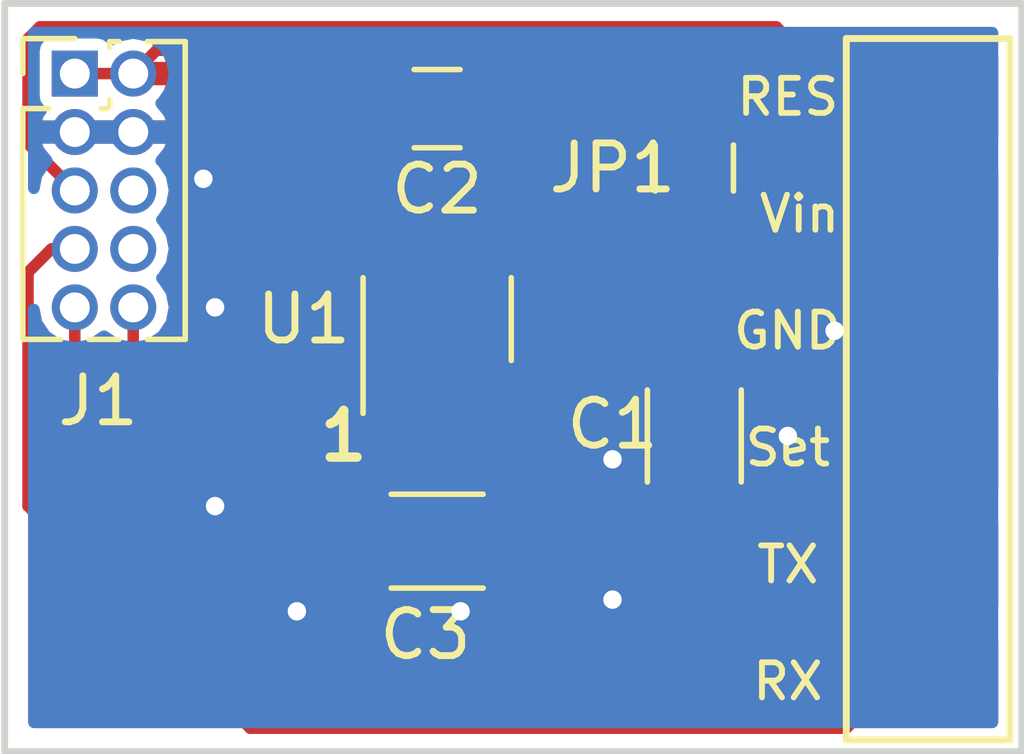
<source format=kicad_pcb>
(kicad_pcb (version 4) (host pcbnew 4.0.7)

  (general
    (links 19)
    (no_connects 0)
    (area 128.380618 98.367 162.271 115.083001)
    (thickness 1.6)
    (drawings 11)
    (tracks 102)
    (zones 0)
    (modules 7)
    (nets 12)
  )

  (page A4)
  (layers
    (0 F.Cu signal)
    (31 B.Cu signal hide)
    (32 B.Adhes user hide)
    (33 F.Adhes user hide)
    (34 B.Paste user hide)
    (35 F.Paste user hide)
    (36 B.SilkS user hide)
    (37 F.SilkS user hide)
    (38 B.Mask user hide)
    (39 F.Mask user hide)
    (40 Dwgs.User user hide)
    (41 Cmts.User user hide)
    (42 Eco1.User user hide)
    (43 Eco2.User user hide)
    (44 Edge.Cuts user)
    (45 Margin user hide)
    (46 B.CrtYd user hide)
    (47 F.CrtYd user hide)
    (48 B.Fab user hide)
    (49 F.Fab user hide)
  )

  (setup
    (last_trace_width 0.25)
    (trace_clearance 0.2)
    (zone_clearance 0.254)
    (zone_45_only no)
    (trace_min 0.2)
    (segment_width 0.2)
    (edge_width 0.15)
    (via_size 0.6)
    (via_drill 0.4)
    (via_min_size 0.4)
    (via_min_drill 0.3)
    (uvia_size 0.3)
    (uvia_drill 0.1)
    (uvias_allowed no)
    (uvia_min_size 0.2)
    (uvia_min_drill 0.1)
    (pcb_text_width 0.3)
    (pcb_text_size 1.5 1.5)
    (mod_edge_width 0.15)
    (mod_text_size 1 1)
    (mod_text_width 0.15)
    (pad_size 1.524 1.524)
    (pad_drill 0.762)
    (pad_to_mask_clearance 0.0762)
    (aux_axis_origin 0 0)
    (visible_elements 7FFEFFFF)
    (pcbplotparams
      (layerselection 0x000a8_00000001)
      (usegerberextensions false)
      (excludeedgelayer true)
      (linewidth 0.100000)
      (plotframeref false)
      (viasonmask false)
      (mode 1)
      (useauxorigin false)
      (hpglpennumber 1)
      (hpglpenspeed 20)
      (hpglpendiameter 15)
      (hpglpenoverlay 2)
      (psnegative false)
      (psa4output false)
      (plotreference true)
      (plotvalue true)
      (plotinvisibletext false)
      (padsonsilk false)
      (subtractmaskfromsilk false)
      (outputformat 4)
      (mirror false)
      (drillshape 0)
      (scaleselection 1)
      (outputdirectory ""))
  )

  (net 0 "")
  (net 1 GND)
  (net 2 "Net-(C2-Pad1)")
  (net 3 "Net-(C2-Pad2)")
  (net 4 +5V)
  (net 5 "Net-(J1-Pad6)")
  (net 6 "Net-(J1-Pad8)")
  (net 7 /Vin)
  (net 8 /RESET)
  (net 9 /RX)
  (net 10 /TX)
  (net 11 /SET)

  (net_class Default "This is the default net class."
    (clearance 0.2)
    (trace_width 0.25)
    (via_dia 0.6)
    (via_drill 0.4)
    (uvia_dia 0.3)
    (uvia_drill 0.1)
    (add_net +5V)
    (add_net /RESET)
    (add_net /RX)
    (add_net /SET)
    (add_net /TX)
    (add_net /Vin)
    (add_net GND)
    (add_net "Net-(C2-Pad1)")
    (add_net "Net-(C2-Pad2)")
    (add_net "Net-(J1-Pad6)")
    (add_net "Net-(J1-Pad8)")
  )

  (module Capacitors_SMD:C_1206_HandSoldering (layer F.Cu) (tedit 5ADFC49B) (tstamp 5ADF815F)
    (at 149.86 108.204 270)
    (descr "Capacitor SMD 1206, hand soldering")
    (tags "capacitor 1206")
    (path /5ADF7EEC)
    (attr smd)
    (fp_text reference C1 (at -0.254 1.778 360) (layer F.SilkS)
      (effects (font (size 1 1) (thickness 0.15)))
    )
    (fp_text value 10uF (at 0 2 270) (layer F.Fab)
      (effects (font (size 1 1) (thickness 0.15)))
    )
    (fp_text user %R (at -0.254 1.778 360) (layer F.Fab)
      (effects (font (size 1 1) (thickness 0.15)))
    )
    (fp_line (start -1.6 0.8) (end -1.6 -0.8) (layer F.Fab) (width 0.1))
    (fp_line (start 1.6 0.8) (end -1.6 0.8) (layer F.Fab) (width 0.1))
    (fp_line (start 1.6 -0.8) (end 1.6 0.8) (layer F.Fab) (width 0.1))
    (fp_line (start -1.6 -0.8) (end 1.6 -0.8) (layer F.Fab) (width 0.1))
    (fp_line (start 1 -1.02) (end -1 -1.02) (layer F.SilkS) (width 0.12))
    (fp_line (start -1 1.02) (end 1 1.02) (layer F.SilkS) (width 0.12))
    (fp_line (start -3.25 -1.05) (end 3.25 -1.05) (layer F.CrtYd) (width 0.05))
    (fp_line (start -3.25 -1.05) (end -3.25 1.05) (layer F.CrtYd) (width 0.05))
    (fp_line (start 3.25 1.05) (end 3.25 -1.05) (layer F.CrtYd) (width 0.05))
    (fp_line (start 3.25 1.05) (end -3.25 1.05) (layer F.CrtYd) (width 0.05))
    (pad 1 smd rect (at -2 0 270) (size 2 1.6) (layers F.Cu F.Paste F.Mask)
      (net 7 /Vin))
    (pad 2 smd rect (at 2 0 270) (size 2 1.6) (layers F.Cu F.Paste F.Mask)
      (net 1 GND))
    (model Capacitors_SMD.3dshapes/C_1206.wrl
      (at (xyz 0 0 0))
      (scale (xyz 1 1 1))
      (rotate (xyz 0 0 0))
    )
  )

  (module Capacitors_SMD:C_0805_HandSoldering (layer F.Cu) (tedit 58AA84A8) (tstamp 5ADF8170)
    (at 144.272 101.092 180)
    (descr "Capacitor SMD 0805, hand soldering")
    (tags "capacitor 0805")
    (path /5ADF7EEA)
    (attr smd)
    (fp_text reference C2 (at 0 -1.75 180) (layer F.SilkS)
      (effects (font (size 1 1) (thickness 0.15)))
    )
    (fp_text value 1uF (at 0 1.75 180) (layer F.Fab)
      (effects (font (size 1 1) (thickness 0.15)))
    )
    (fp_text user %R (at 0 -1.75 180) (layer F.Fab)
      (effects (font (size 1 1) (thickness 0.15)))
    )
    (fp_line (start -1 0.62) (end -1 -0.62) (layer F.Fab) (width 0.1))
    (fp_line (start 1 0.62) (end -1 0.62) (layer F.Fab) (width 0.1))
    (fp_line (start 1 -0.62) (end 1 0.62) (layer F.Fab) (width 0.1))
    (fp_line (start -1 -0.62) (end 1 -0.62) (layer F.Fab) (width 0.1))
    (fp_line (start 0.5 -0.85) (end -0.5 -0.85) (layer F.SilkS) (width 0.12))
    (fp_line (start -0.5 0.85) (end 0.5 0.85) (layer F.SilkS) (width 0.12))
    (fp_line (start -2.25 -0.88) (end 2.25 -0.88) (layer F.CrtYd) (width 0.05))
    (fp_line (start -2.25 -0.88) (end -2.25 0.87) (layer F.CrtYd) (width 0.05))
    (fp_line (start 2.25 0.87) (end 2.25 -0.88) (layer F.CrtYd) (width 0.05))
    (fp_line (start 2.25 0.87) (end -2.25 0.87) (layer F.CrtYd) (width 0.05))
    (pad 1 smd rect (at -1.25 0 180) (size 1.5 1.25) (layers F.Cu F.Paste F.Mask)
      (net 2 "Net-(C2-Pad1)"))
    (pad 2 smd rect (at 1.25 0 180) (size 1.5 1.25) (layers F.Cu F.Paste F.Mask)
      (net 3 "Net-(C2-Pad2)"))
    (model Capacitors_SMD.3dshapes/C_0805.wrl
      (at (xyz 0 0 0))
      (scale (xyz 1 1 1))
      (rotate (xyz 0 0 0))
    )
  )

  (module Capacitors_SMD:C_1206_HandSoldering (layer F.Cu) (tedit 5ADFC4B5) (tstamp 5ADF8181)
    (at 144.272 110.49)
    (descr "Capacitor SMD 1206, hand soldering")
    (tags "capacitor 1206")
    (path /5ADF7EEB)
    (attr smd)
    (fp_text reference C3 (at -0.254 2.032) (layer F.SilkS)
      (effects (font (size 1 1) (thickness 0.15)))
    )
    (fp_text value 10uF (at 0 2) (layer F.Fab)
      (effects (font (size 1 1) (thickness 0.15)))
    )
    (fp_text user %R (at -0.254 2.032) (layer F.Fab)
      (effects (font (size 1 1) (thickness 0.15)))
    )
    (fp_line (start -1.6 0.8) (end -1.6 -0.8) (layer F.Fab) (width 0.1))
    (fp_line (start 1.6 0.8) (end -1.6 0.8) (layer F.Fab) (width 0.1))
    (fp_line (start 1.6 -0.8) (end 1.6 0.8) (layer F.Fab) (width 0.1))
    (fp_line (start -1.6 -0.8) (end 1.6 -0.8) (layer F.Fab) (width 0.1))
    (fp_line (start 1 -1.02) (end -1 -1.02) (layer F.SilkS) (width 0.12))
    (fp_line (start -1 1.02) (end 1 1.02) (layer F.SilkS) (width 0.12))
    (fp_line (start -3.25 -1.05) (end 3.25 -1.05) (layer F.CrtYd) (width 0.05))
    (fp_line (start -3.25 -1.05) (end -3.25 1.05) (layer F.CrtYd) (width 0.05))
    (fp_line (start 3.25 1.05) (end 3.25 -1.05) (layer F.CrtYd) (width 0.05))
    (fp_line (start 3.25 1.05) (end -3.25 1.05) (layer F.CrtYd) (width 0.05))
    (pad 1 smd rect (at -2 0) (size 2 1.6) (layers F.Cu F.Paste F.Mask)
      (net 4 +5V))
    (pad 2 smd rect (at 2 0) (size 2 1.6) (layers F.Cu F.Paste F.Mask)
      (net 1 GND))
    (model Capacitors_SMD.3dshapes/C_1206.wrl
      (at (xyz 0 0 0))
      (scale (xyz 1 1 1))
      (rotate (xyz 0 0 0))
    )
  )

  (module Pin_Headers:Pin_Header_Straight_2x05_Pitch1.27mm (layer F.Cu) (tedit 59650536) (tstamp 5ADF81A6)
    (at 136.398 100.33)
    (descr "Through hole straight pin header, 2x05, 1.27mm pitch, double rows")
    (tags "Through hole pin header THT 2x05 1.27mm double row")
    (path /5ADF7EE5)
    (fp_text reference J1 (at 0.508 7.112) (layer F.SilkS)
      (effects (font (size 1 1) (thickness 0.15)))
    )
    (fp_text value Conn_02x05_Odd_Even (at 0.635 6.775) (layer F.Fab)
      (effects (font (size 1 1) (thickness 0.15)))
    )
    (fp_line (start -0.2175 -0.635) (end 2.34 -0.635) (layer F.Fab) (width 0.1))
    (fp_line (start 2.34 -0.635) (end 2.34 5.715) (layer F.Fab) (width 0.1))
    (fp_line (start 2.34 5.715) (end -1.07 5.715) (layer F.Fab) (width 0.1))
    (fp_line (start -1.07 5.715) (end -1.07 0.2175) (layer F.Fab) (width 0.1))
    (fp_line (start -1.07 0.2175) (end -0.2175 -0.635) (layer F.Fab) (width 0.1))
    (fp_line (start -1.13 5.775) (end -0.30753 5.775) (layer F.SilkS) (width 0.12))
    (fp_line (start 1.57753 5.775) (end 2.4 5.775) (layer F.SilkS) (width 0.12))
    (fp_line (start 0.30753 5.775) (end 0.96247 5.775) (layer F.SilkS) (width 0.12))
    (fp_line (start -1.13 0.76) (end -1.13 5.775) (layer F.SilkS) (width 0.12))
    (fp_line (start 2.4 -0.695) (end 2.4 5.775) (layer F.SilkS) (width 0.12))
    (fp_line (start -1.13 0.76) (end -0.563471 0.76) (layer F.SilkS) (width 0.12))
    (fp_line (start 0.563471 0.76) (end 0.706529 0.76) (layer F.SilkS) (width 0.12))
    (fp_line (start 0.76 0.706529) (end 0.76 0.563471) (layer F.SilkS) (width 0.12))
    (fp_line (start 0.76 -0.563471) (end 0.76 -0.695) (layer F.SilkS) (width 0.12))
    (fp_line (start 0.76 -0.695) (end 0.96247 -0.695) (layer F.SilkS) (width 0.12))
    (fp_line (start 1.57753 -0.695) (end 2.4 -0.695) (layer F.SilkS) (width 0.12))
    (fp_line (start -1.13 0) (end -1.13 -0.76) (layer F.SilkS) (width 0.12))
    (fp_line (start -1.13 -0.76) (end 0 -0.76) (layer F.SilkS) (width 0.12))
    (fp_line (start -1.6 -1.15) (end -1.6 6.25) (layer F.CrtYd) (width 0.05))
    (fp_line (start -1.6 6.25) (end 2.85 6.25) (layer F.CrtYd) (width 0.05))
    (fp_line (start 2.85 6.25) (end 2.85 -1.15) (layer F.CrtYd) (width 0.05))
    (fp_line (start 2.85 -1.15) (end -1.6 -1.15) (layer F.CrtYd) (width 0.05))
    (fp_text user %R (at 0.635 2.54 90) (layer F.Fab)
      (effects (font (size 1 1) (thickness 0.15)))
    )
    (pad 1 thru_hole rect (at 0 0) (size 1 1) (drill 0.65) (layers *.Cu *.Mask)
      (net 4 +5V))
    (pad 2 thru_hole oval (at 1.27 0) (size 1 1) (drill 0.65) (layers *.Cu *.Mask)
      (net 4 +5V))
    (pad 3 thru_hole oval (at 0 1.27) (size 1 1) (drill 0.65) (layers *.Cu *.Mask)
      (net 1 GND))
    (pad 4 thru_hole oval (at 1.27 1.27) (size 1 1) (drill 0.65) (layers *.Cu *.Mask)
      (net 1 GND))
    (pad 5 thru_hole oval (at 0 2.54) (size 1 1) (drill 0.65) (layers *.Cu *.Mask)
      (net 8 /RESET))
    (pad 6 thru_hole oval (at 1.27 2.54) (size 1 1) (drill 0.65) (layers *.Cu *.Mask)
      (net 5 "Net-(J1-Pad6)"))
    (pad 7 thru_hole oval (at 0 3.81) (size 1 1) (drill 0.65) (layers *.Cu *.Mask)
      (net 9 /RX))
    (pad 8 thru_hole oval (at 1.27 3.81) (size 1 1) (drill 0.65) (layers *.Cu *.Mask)
      (net 6 "Net-(J1-Pad8)"))
    (pad 9 thru_hole oval (at 0 5.08) (size 1 1) (drill 0.65) (layers *.Cu *.Mask)
      (net 10 /TX))
    (pad 10 thru_hole oval (at 1.27 5.08) (size 1 1) (drill 0.65) (layers *.Cu *.Mask)
      (net 11 /SET))
    (model ${KISYS3DMOD}/Pin_Headers.3dshapes/Pin_Header_Straight_2x05_Pitch1.27mm.wrl
      (at (xyz 0 0 0))
      (scale (xyz 1 1 1))
      (rotate (xyz 0 0 0))
    )
  )

  (module MyLib:PinSocket_SMT_1.06_100mil_RightAngle (layer F.Cu) (tedit 5ADFA48D) (tstamp 5ADF81B4)
    (at 154.94 107.188)
    (tags PinSocket6x100mil)
    (path /5ADF7EE6)
    (fp_text reference J2 (at 3.81 -0.254) (layer F.SilkS) hide
      (effects (font (size 1.2 1.2) (thickness 0.15)))
    )
    (fp_text value Conn_01x06 (at 6.096 0 90) (layer F.Fab)
      (effects (font (size 1.2 1.2) (thickness 0.15)))
    )
    (fp_line (start 1.778 -7.62) (end 1.778 7.62) (layer F.SilkS) (width 0.15))
    (fp_line (start -1.778 -7.62) (end -1.778 7.62) (layer F.SilkS) (width 0.15))
    (fp_line (start 1.778 -7.62) (end -1.778 -7.62) (layer F.SilkS) (width 0.15))
    (fp_line (start -1.778 7.62) (end 1.778 7.62) (layer F.SilkS) (width 0.15))
    (pad 1 smd rect (at 0 -6.35 270) (size 1.778 3.048) (layers F.Cu F.Paste F.Mask)
      (net 8 /RESET))
    (pad 2 smd rect (at 0 -3.81 270) (size 1.778 3.048) (layers F.Cu F.Paste F.Mask)
      (net 7 /Vin))
    (pad 3 smd rect (at 0 -1.27 270) (size 1.778 3.048) (layers F.Cu F.Paste F.Mask)
      (net 1 GND))
    (pad 4 smd rect (at 0 1.27 270) (size 1.778 3.048) (layers F.Cu F.Paste F.Mask)
      (net 11 /SET))
    (pad 5 smd rect (at 0 3.81 270) (size 1.778 3.048) (layers F.Cu F.Paste F.Mask)
      (net 10 /TX))
    (pad 6 smd rect (at 0 6.35 270) (size 1.778 3.048) (layers F.Cu F.Paste F.Mask)
      (net 9 /RX))
  )

  (module Capacitors_SMD:C_0805_HandSoldering (layer F.Cu) (tedit 5ADFC489) (tstamp 5ADF81C5)
    (at 149.86 102.382 270)
    (descr "Capacitor SMD 0805, hand soldering")
    (tags "capacitor 0805")
    (path /5ADF7EEE)
    (attr smd)
    (fp_text reference JP1 (at 0 1.778 360) (layer F.SilkS)
      (effects (font (size 1 1) (thickness 0.15)))
    )
    (fp_text value Jumper (at 0 1.75 270) (layer F.Fab)
      (effects (font (size 1 1) (thickness 0.15)))
    )
    (fp_text user %R (at -0.02 1.778 360) (layer F.Fab)
      (effects (font (size 1 1) (thickness 0.15)))
    )
    (fp_line (start -1 0.62) (end -1 -0.62) (layer F.Fab) (width 0.1))
    (fp_line (start 1 0.62) (end -1 0.62) (layer F.Fab) (width 0.1))
    (fp_line (start 1 -0.62) (end 1 0.62) (layer F.Fab) (width 0.1))
    (fp_line (start -1 -0.62) (end 1 -0.62) (layer F.Fab) (width 0.1))
    (fp_line (start 0.5 -0.85) (end -0.5 -0.85) (layer F.SilkS) (width 0.12))
    (fp_line (start -0.5 0.85) (end 0.5 0.85) (layer F.SilkS) (width 0.12))
    (fp_line (start -2.25 -0.88) (end 2.25 -0.88) (layer F.CrtYd) (width 0.05))
    (fp_line (start -2.25 -0.88) (end -2.25 0.87) (layer F.CrtYd) (width 0.05))
    (fp_line (start 2.25 0.87) (end 2.25 -0.88) (layer F.CrtYd) (width 0.05))
    (fp_line (start 2.25 0.87) (end -2.25 0.87) (layer F.CrtYd) (width 0.05))
    (pad 1 smd rect (at -1.25 0 270) (size 1.5 1.25) (layers F.Cu F.Paste F.Mask)
      (net 4 +5V))
    (pad 2 smd rect (at 1.25 0 270) (size 1.5 1.25) (layers F.Cu F.Paste F.Mask)
      (net 7 /Vin))
    (model Capacitors_SMD.3dshapes/C_0805.wrl
      (at (xyz 0 0 0))
      (scale (xyz 1 1 1))
      (rotate (xyz 0 0 0))
    )
  )

  (module TO_SOT_Packages_SMD:SOT-23-6_Handsoldering (layer F.Cu) (tedit 58CE4E7E) (tstamp 5ADF81DB)
    (at 144.272 105.664 90)
    (descr "6-pin SOT-23 package, Handsoldering")
    (tags "SOT-23-6 Handsoldering")
    (path /5ADF7EE9)
    (attr smd)
    (fp_text reference U1 (at 0 -2.9 180) (layer F.SilkS)
      (effects (font (size 1 1) (thickness 0.15)))
    )
    (fp_text value AP3602A (at 0 2.9 90) (layer F.Fab)
      (effects (font (size 1 1) (thickness 0.15)))
    )
    (fp_text user %R (at 0 0 180) (layer F.Fab)
      (effects (font (size 0.5 0.5) (thickness 0.075)))
    )
    (fp_line (start -0.9 1.61) (end 0.9 1.61) (layer F.SilkS) (width 0.12))
    (fp_line (start 0.9 -1.61) (end -2.05 -1.61) (layer F.SilkS) (width 0.12))
    (fp_line (start -2.4 1.8) (end -2.4 -1.8) (layer F.CrtYd) (width 0.05))
    (fp_line (start 2.4 1.8) (end -2.4 1.8) (layer F.CrtYd) (width 0.05))
    (fp_line (start 2.4 -1.8) (end 2.4 1.8) (layer F.CrtYd) (width 0.05))
    (fp_line (start -2.4 -1.8) (end 2.4 -1.8) (layer F.CrtYd) (width 0.05))
    (fp_line (start -0.9 -0.9) (end -0.25 -1.55) (layer F.Fab) (width 0.1))
    (fp_line (start 0.9 -1.55) (end -0.25 -1.55) (layer F.Fab) (width 0.1))
    (fp_line (start -0.9 -0.9) (end -0.9 1.55) (layer F.Fab) (width 0.1))
    (fp_line (start 0.9 1.55) (end -0.9 1.55) (layer F.Fab) (width 0.1))
    (fp_line (start 0.9 -1.55) (end 0.9 1.55) (layer F.Fab) (width 0.1))
    (pad 1 smd rect (at -1.35 -0.95 90) (size 1.56 0.65) (layers F.Cu F.Paste F.Mask)
      (net 4 +5V))
    (pad 2 smd rect (at -1.35 0 90) (size 1.56 0.65) (layers F.Cu F.Paste F.Mask)
      (net 1 GND))
    (pad 3 smd rect (at -1.35 0.95 90) (size 1.56 0.65) (layers F.Cu F.Paste F.Mask)
      (net 7 /Vin))
    (pad 4 smd rect (at 1.35 0.95 90) (size 1.56 0.65) (layers F.Cu F.Paste F.Mask)
      (net 2 "Net-(C2-Pad1)"))
    (pad 6 smd rect (at 1.35 -0.95 90) (size 1.56 0.65) (layers F.Cu F.Paste F.Mask)
      (net 3 "Net-(C2-Pad2)"))
    (pad 5 smd rect (at 1.35 0 90) (size 1.56 0.65) (layers F.Cu F.Paste F.Mask)
      (net 7 /Vin))
    (model ${KISYS3DMOD}/TO_SOT_Packages_SMD.3dshapes/SOT-23-6.wrl
      (at (xyz 0 0 0))
      (scale (xyz 1 1 1))
      (rotate (xyz 0 0 0))
    )
  )

  (gr_line (start 156.972 98.806) (end 134.874 98.806) (angle 90) (layer Edge.Cuts) (width 0.15))
  (gr_line (start 156.972 115.062) (end 156.972 98.806) (angle 90) (layer Edge.Cuts) (width 0.15))
  (gr_line (start 134.874 115.062) (end 156.972 115.062) (angle 90) (layer Edge.Cuts) (width 0.15))
  (gr_line (start 134.874 98.806) (end 134.874 115.062) (angle 90) (layer Edge.Cuts) (width 0.15))
  (gr_text RX (at 151.892 113.538) (layer F.SilkS)
    (effects (font (size 0.762 0.762) (thickness 0.127)))
  )
  (gr_text TX (at 151.892 110.998) (layer F.SilkS)
    (effects (font (size 0.762 0.762) (thickness 0.127)))
  )
  (gr_text Set (at 151.892 108.458) (layer F.SilkS)
    (effects (font (size 0.762 0.762) (thickness 0.127)))
  )
  (gr_text GND (at 151.892 105.918) (layer F.SilkS)
    (effects (font (size 0.762 0.762) (thickness 0.127)))
  )
  (gr_text Vin (at 152.146 103.378) (layer F.SilkS)
    (effects (font (size 0.762 0.762) (thickness 0.127)))
  )
  (gr_text RES (at 151.892 100.838) (layer F.SilkS)
    (effects (font (size 0.762 0.762) (thickness 0.127)))
  )
  (gr_text 1 (at 142.24 108.204) (layer F.SilkS)
    (effects (font (size 1.016 1.016) (thickness 0.2032)))
  )

  (segment (start 154.94 105.918) (end 152.908 105.918) (width 0.25) (layer F.Cu) (net 1))
  (via (at 139.192 102.616) (size 0.6) (drill 0.4) (layers F.Cu B.Cu) (net 1))
  (segment (start 139.192 105.156) (end 139.192 102.616) (width 0.25) (layer F.Cu) (net 1) (tstamp 5AE35B1D))
  (segment (start 139.446 105.41) (end 139.192 105.156) (width 0.25) (layer F.Cu) (net 1) (tstamp 5AE35B1C))
  (via (at 139.446 105.41) (size 0.6) (drill 0.4) (layers F.Cu B.Cu) (net 1))
  (segment (start 139.446 109.728) (end 139.446 105.41) (width 0.25) (layer B.Cu) (net 1) (tstamp 5AE35B19))
  (via (at 139.446 109.728) (size 0.6) (drill 0.4) (layers F.Cu B.Cu) (net 1))
  (segment (start 139.446 110.236) (end 139.446 109.728) (width 0.25) (layer F.Cu) (net 1) (tstamp 5AE35B17))
  (segment (start 141.224 112.014) (end 139.446 110.236) (width 0.25) (layer F.Cu) (net 1) (tstamp 5AE35B16))
  (via (at 141.224 112.014) (size 0.6) (drill 0.4) (layers F.Cu B.Cu) (net 1))
  (segment (start 144.78 112.014) (end 141.224 112.014) (width 0.25) (layer B.Cu) (net 1) (tstamp 5AE35B13))
  (via (at 144.78 112.014) (size 0.6) (drill 0.4) (layers F.Cu B.Cu) (net 1))
  (segment (start 147.828 112.014) (end 144.78 112.014) (width 0.25) (layer F.Cu) (net 1) (tstamp 5AE35B11))
  (segment (start 148.082 111.76) (end 147.828 112.014) (width 0.25) (layer F.Cu) (net 1) (tstamp 5AE35B10))
  (via (at 148.082 111.76) (size 0.6) (drill 0.4) (layers F.Cu B.Cu) (net 1))
  (segment (start 148.082 108.712) (end 148.082 111.76) (width 0.25) (layer B.Cu) (net 1) (tstamp 5AE35B0C))
  (via (at 148.082 108.712) (size 0.6) (drill 0.4) (layers F.Cu B.Cu) (net 1))
  (segment (start 151.384 108.712) (end 148.082 108.712) (width 0.25) (layer F.Cu) (net 1) (tstamp 5AE35B04))
  (segment (start 151.892 108.204) (end 151.384 108.712) (width 0.25) (layer F.Cu) (net 1) (tstamp 5AE35B03))
  (via (at 151.892 108.204) (size 0.6) (drill 0.4) (layers F.Cu B.Cu) (net 1))
  (segment (start 151.892 106.934) (end 151.892 108.204) (width 0.25) (layer B.Cu) (net 1) (tstamp 5AE35AFB))
  (segment (start 152.908 105.918) (end 151.892 106.934) (width 0.25) (layer B.Cu) (net 1) (tstamp 5AE35AFA))
  (via (at 152.908 105.918) (size 0.6) (drill 0.4) (layers F.Cu B.Cu) (net 1))
  (segment (start 137.668 101.6) (end 138.43 101.6) (width 0.25) (layer F.Cu) (net 1))
  (segment (start 138.43 101.6) (end 138.938 102.108) (width 0.25) (layer F.Cu) (net 1))
  (segment (start 138.938 102.108) (end 138.938 109.541002) (width 0.25) (layer F.Cu) (net 1))
  (segment (start 138.938 109.541002) (end 141.918998 112.522) (width 0.25) (layer F.Cu) (net 1))
  (segment (start 141.918998 112.522) (end 149.86 112.522) (width 0.25) (layer F.Cu) (net 1))
  (segment (start 149.86 112.522) (end 149.86 110.204) (width 0.25) (layer F.Cu) (net 1))
  (segment (start 136.398 101.6) (end 137.668 101.6) (width 0.25) (layer F.Cu) (net 1))
  (segment (start 151.13 107.954) (end 151.13 108.734) (width 0.25) (layer F.Cu) (net 1))
  (segment (start 151.13 108.734) (end 149.86 110.004) (width 0.25) (layer F.Cu) (net 1))
  (segment (start 149.86 110.004) (end 149.86 110.204) (width 0.25) (layer F.Cu) (net 1))
  (segment (start 149.86 110.204) (end 146.558 110.204) (width 0.25) (layer F.Cu) (net 1) (status 30))
  (segment (start 146.558 110.204) (end 146.272 110.49) (width 0.25) (layer F.Cu) (net 1) (status 30))
  (segment (start 146.272 110.49) (end 146.072 110.49) (width 0.25) (layer F.Cu) (net 1) (status 30))
  (segment (start 146.072 110.49) (end 144.272 108.69) (width 0.25) (layer F.Cu) (net 1) (status 10))
  (segment (start 144.272 108.69) (end 144.272 107.014) (width 0.25) (layer F.Cu) (net 1) (status 20))
  (segment (start 146.98 110.49) (end 146.272 110.49) (width 0.25) (layer F.Cu) (net 1) (status 30))
  (segment (start 154.94 105.918) (end 153.166 105.918) (width 0.25) (layer F.Cu) (net 1))
  (segment (start 153.166 105.918) (end 151.13 107.954) (width 0.25) (layer F.Cu) (net 1))
  (segment (start 145.522 101.092) (end 145.522 104.014) (width 0.25) (layer F.Cu) (net 2) (status 30))
  (segment (start 145.522 104.014) (end 145.222 104.314) (width 0.25) (layer F.Cu) (net 2) (tstamp 5ADF88E4) (status 30))
  (segment (start 143.022 101.092) (end 143.022 104.014) (width 0.25) (layer F.Cu) (net 3) (status 30))
  (segment (start 143.022 104.014) (end 143.322 104.314) (width 0.25) (layer F.Cu) (net 3) (tstamp 5ADF88E0) (status 30))
  (segment (start 140.462 99.822) (end 138.176 99.822) (width 0.25) (layer F.Cu) (net 4))
  (segment (start 147.675 99.822) (end 140.462 99.822) (width 0.25) (layer F.Cu) (net 4))
  (segment (start 140.462 99.822) (end 140.462 103.124) (width 0.25) (layer F.Cu) (net 4))
  (segment (start 142.494 105.156) (end 140.462 103.124) (width 0.25) (layer F.Cu) (net 4))
  (segment (start 136.398 100.33) (end 137.668 100.33) (width 0.25) (layer F.Cu) (net 4))
  (segment (start 138.176 99.822) (end 137.668 100.33) (width 0.25) (layer F.Cu) (net 4) (status 20))
  (segment (start 149.86 101.132) (end 148.985 101.132) (width 0.25) (layer F.Cu) (net 4) (status 10))
  (segment (start 148.985 101.132) (end 147.675 99.822) (width 0.25) (layer F.Cu) (net 4))
  (segment (start 142.494 106.934) (end 142.494 105.156) (width 0.25) (layer F.Cu) (net 4))
  (segment (start 142.574 107.014) (end 142.494 106.934) (width 0.25) (layer F.Cu) (net 4))
  (segment (start 143.322 107.014) (end 142.574 107.014) (width 0.25) (layer F.Cu) (net 4) (status 10))
  (segment (start 143.322 107.014) (end 143.322 109.44) (width 0.25) (layer F.Cu) (net 4) (status 10))
  (segment (start 143.322 109.44) (end 142.272 110.49) (width 0.25) (layer F.Cu) (net 4) (tstamp 5ADF8BB6) (status 20))
  (segment (start 144.272 105.664) (end 144.272 104.314) (width 0.25) (layer F.Cu) (net 7) (tstamp 5ADF86B1) (status 20))
  (segment (start 145.156 105.664) (end 144.272 105.664) (width 0.25) (layer F.Cu) (net 7) (tstamp 5ADF86AE))
  (segment (start 145.222 105.73) (end 145.156 105.664) (width 0.25) (layer F.Cu) (net 7) (tstamp 5ADF869A))
  (segment (start 145.222 105.73) (end 147.54 105.73) (width 0.25) (layer F.Cu) (net 7))
  (segment (start 145.222 107.014) (end 145.222 105.73) (width 0.25) (layer F.Cu) (net 7) (status 10))
  (segment (start 149.86 106.204) (end 148.81 106.204) (width 0.25) (layer F.Cu) (net 7) (status 10))
  (segment (start 148.81 106.204) (end 148.336 105.73) (width 0.25) (layer F.Cu) (net 7))
  (segment (start 148.336 105.73) (end 147.54 105.73) (width 0.25) (layer F.Cu) (net 7))
  (segment (start 149.86 103.41) (end 154.908 103.41) (width 0.25) (layer F.Cu) (net 7) (status 30))
  (segment (start 154.908 103.41) (end 154.94 103.378) (width 0.25) (layer F.Cu) (net 7) (status 30))
  (segment (start 147.54 105.73) (end 149.86 103.41) (width 0.25) (layer F.Cu) (net 7) (tstamp 5ADF88FC) (status 20))
  (segment (start 136.398 102.87) (end 135.382 101.854) (width 0.25) (layer F.Cu) (net 8) (status 10))
  (segment (start 153.166 100.838) (end 154.94 100.838) (width 0.25) (layer F.Cu) (net 8) (status 20))
  (segment (start 151.642 99.314) (end 153.166 100.838) (width 0.25) (layer F.Cu) (net 8))
  (segment (start 135.639998 99.314) (end 151.642 99.314) (width 0.25) (layer F.Cu) (net 8))
  (segment (start 135.382 99.571998) (end 135.639998 99.314) (width 0.25) (layer F.Cu) (net 8))
  (segment (start 135.382 101.854) (end 135.382 99.571998) (width 0.25) (layer F.Cu) (net 8))
  (segment (start 136.398 104.14) (end 135.89 104.14) (width 0.25) (layer F.Cu) (net 9))
  (segment (start 135.89 104.14) (end 135.382 104.648) (width 0.25) (layer F.Cu) (net 9))
  (segment (start 135.382 104.648) (end 135.382 109.728) (width 0.25) (layer F.Cu) (net 9))
  (segment (start 135.382 109.728) (end 140.208 114.554) (width 0.25) (layer F.Cu) (net 9))
  (segment (start 140.208 114.554) (end 153.162 114.554) (width 0.25) (layer F.Cu) (net 9))
  (segment (start 153.162 114.554) (end 154.178 113.538) (width 0.25) (layer F.Cu) (net 9))
  (segment (start 154.178 113.538) (end 154.94 113.538) (width 0.25) (layer F.Cu) (net 9))
  (segment (start 154.686 113.538) (end 154.94 113.538) (width 0.25) (layer F.Cu) (net 9) (tstamp 5ADF8A39) (status 30))
  (segment (start 153.416 111.76) (end 152.908 111.76) (width 0.25) (layer F.Cu) (net 10) (status 10))
  (segment (start 152.908 111.76) (end 152.654 112.014) (width 0.25) (layer F.Cu) (net 10))
  (segment (start 152.654 112.014) (end 152.654 113.284) (width 0.25) (layer F.Cu) (net 10))
  (segment (start 154.94 110.998) (end 154.178 110.998) (width 0.25) (layer F.Cu) (net 10) (status 30))
  (segment (start 154.178 110.998) (end 153.416 111.76) (width 0.25) (layer F.Cu) (net 10) (status 30))
  (segment (start 152.654 113.284) (end 151.892 114.046) (width 0.25) (layer F.Cu) (net 10))
  (segment (start 151.892 114.046) (end 140.462 114.046) (width 0.25) (layer F.Cu) (net 10))
  (segment (start 136.398 109.982) (end 136.398 105.41) (width 0.25) (layer F.Cu) (net 10) (status 20))
  (segment (start 140.462 114.046) (end 136.398 109.982) (width 0.25) (layer F.Cu) (net 10))
  (segment (start 153.416 109.22) (end 152.654 109.22) (width 0.25) (layer F.Cu) (net 11) (status 10))
  (segment (start 152.146 109.728) (end 152.146 112.776) (width 0.25) (layer F.Cu) (net 11))
  (segment (start 152.654 109.22) (end 152.146 109.728) (width 0.25) (layer F.Cu) (net 11))
  (segment (start 137.668 110.49) (end 137.668 105.41) (width 0.25) (layer F.Cu) (net 11) (status 20))
  (segment (start 140.716 113.538) (end 137.668 110.49) (width 0.25) (layer F.Cu) (net 11))
  (segment (start 151.384 113.538) (end 140.716 113.538) (width 0.25) (layer F.Cu) (net 11))
  (segment (start 152.146 112.776) (end 151.384 113.538) (width 0.25) (layer F.Cu) (net 11))
  (segment (start 154.178 108.458) (end 153.416 109.22) (width 0.25) (layer F.Cu) (net 11) (status 30))
  (segment (start 154.94 108.458) (end 154.178 108.458) (width 0.25) (layer F.Cu) (net 11) (status 30))
  (segment (start 154.305 108.458) (end 154.94 108.458) (width 0.25) (layer F.Cu) (net 11) (status 30))

  (zone (net 1) (net_name GND) (layer F.Cu) (tstamp 5ADFC74A) (hatch edge 0.508)
    (connect_pads (clearance 0.254))
    (min_thickness 0.254)
    (fill yes (arc_segments 16) (thermal_gap 0.254) (thermal_bridge_width 0.508))
    (polygon
      (pts
        (xy 139.7 103.886) (xy 140.208 104.14) (xy 140.208 110.49) (xy 141.478 111.76) (xy 144.272 111.76)
        (xy 144.272 109.728) (xy 143.764 108.966) (xy 143.764 107.696) (xy 144.526 107.696) (xy 144.526 108.204)
        (xy 147.066 108.204) (xy 147.3708 108.3056) (xy 147.32 108.204) (xy 150.114 108.204) (xy 152.654 105.664)
        (xy 153.67 105.664) (xy 153.67 106.934) (xy 153.162 106.934) (xy 153.162 107.188) (xy 152.654 107.696)
        (xy 152.654 108.712) (xy 151.384 109.982) (xy 151.384 112.776) (xy 141.224 112.776) (xy 138.684 110.236)
        (xy 138.684 102.108) (xy 136.398 102.108) (xy 136.398 101.092) (xy 139.7 101.092)
      )
    )
    (filled_polygon
      (pts
        (xy 139.573 103.886) (xy 139.583006 103.93541) (xy 139.611447 103.977035) (xy 139.643204 103.999592) (xy 140.081 104.21849)
        (xy 140.081 110.49) (xy 140.091006 110.53941) (xy 140.118197 110.579803) (xy 140.896317 111.357923) (xy 140.910103 111.43119)
        (xy 140.993546 111.560865) (xy 141.120866 111.647859) (xy 141.202856 111.664462) (xy 141.388197 111.849803) (xy 141.430211 111.877666)
        (xy 141.478 111.887) (xy 144.272 111.887) (xy 144.32141 111.876994) (xy 144.363035 111.848553) (xy 144.390315 111.806159)
        (xy 144.399 111.76) (xy 144.399 110.71225) (xy 144.891 110.71225) (xy 144.891 111.365785) (xy 144.949004 111.505819)
        (xy 145.05618 111.612996) (xy 145.196214 111.671) (xy 146.04975 111.671) (xy 146.145 111.57575) (xy 146.145 110.617)
        (xy 146.399 110.617) (xy 146.399 111.57575) (xy 146.49425 111.671) (xy 147.347786 111.671) (xy 147.48782 111.612996)
        (xy 147.594996 111.505819) (xy 147.653 111.365785) (xy 147.653 110.71225) (xy 147.55775 110.617) (xy 146.399 110.617)
        (xy 146.145 110.617) (xy 144.98625 110.617) (xy 144.891 110.71225) (xy 144.399 110.71225) (xy 144.399 110.42625)
        (xy 148.679 110.42625) (xy 148.679 111.279786) (xy 148.737004 111.41982) (xy 148.844181 111.526996) (xy 148.984215 111.585)
        (xy 149.63775 111.585) (xy 149.733 111.48975) (xy 149.733 110.331) (xy 149.987 110.331) (xy 149.987 111.48975)
        (xy 150.08225 111.585) (xy 150.735785 111.585) (xy 150.875819 111.526996) (xy 150.982996 111.41982) (xy 151.041 111.279786)
        (xy 151.041 110.42625) (xy 150.94575 110.331) (xy 149.987 110.331) (xy 149.733 110.331) (xy 148.77425 110.331)
        (xy 148.679 110.42625) (xy 144.399 110.42625) (xy 144.399 109.728) (xy 144.37767 109.657553) (xy 144.348778 109.614215)
        (xy 144.891 109.614215) (xy 144.891 110.26775) (xy 144.98625 110.363) (xy 146.145 110.363) (xy 146.145 109.40425)
        (xy 146.399 109.40425) (xy 146.399 110.363) (xy 147.55775 110.363) (xy 147.653 110.26775) (xy 147.653 109.614215)
        (xy 147.594996 109.474181) (xy 147.48782 109.367004) (xy 147.347786 109.309) (xy 146.49425 109.309) (xy 146.399 109.40425)
        (xy 146.145 109.40425) (xy 146.04975 109.309) (xy 145.196214 109.309) (xy 145.05618 109.367004) (xy 144.949004 109.474181)
        (xy 144.891 109.614215) (xy 144.348778 109.614215) (xy 144.024778 109.128214) (xy 148.679 109.128214) (xy 148.679 109.98175)
        (xy 148.77425 110.077) (xy 149.733 110.077) (xy 149.733 108.91825) (xy 149.987 108.91825) (xy 149.987 110.077)
        (xy 150.94575 110.077) (xy 151.041 109.98175) (xy 151.041 109.128214) (xy 150.982996 108.98818) (xy 150.875819 108.881004)
        (xy 150.735785 108.823) (xy 150.08225 108.823) (xy 149.987 108.91825) (xy 149.733 108.91825) (xy 149.63775 108.823)
        (xy 148.984215 108.823) (xy 148.844181 108.881004) (xy 148.737004 108.98818) (xy 148.679 109.128214) (xy 144.024778 109.128214)
        (xy 143.891 108.927548) (xy 143.891 108.175) (xy 144.04975 108.175) (xy 144.145 108.07975) (xy 144.145 107.823)
        (xy 144.399 107.823) (xy 144.399 108.204) (xy 144.409006 108.25341) (xy 144.437447 108.295035) (xy 144.479841 108.322315)
        (xy 144.526 108.331) (xy 147.04539 108.331) (xy 147.330639 108.426083) (xy 147.380678 108.432215) (xy 147.42916 108.418397)
        (xy 147.468446 108.386805) (xy 147.492346 108.342417) (xy 147.493426 108.331) (xy 150.114 108.331) (xy 150.16341 108.320994)
        (xy 150.203803 108.293803) (xy 152.706606 105.791) (xy 153.543 105.791) (xy 153.543 106.045) (xy 153.13025 106.045)
        (xy 153.035 106.14025) (xy 153.035 106.882786) (xy 153.041626 106.898783) (xy 153.035 106.934) (xy 153.035 107.135394)
        (xy 152.564197 107.606197) (xy 152.536334 107.648211) (xy 152.527 107.696) (xy 152.527 108.659394) (xy 152.380545 108.805849)
        (xy 152.296204 108.862204) (xy 151.788204 109.370204) (xy 151.731849 109.454545) (xy 151.294197 109.892197) (xy 151.266334 109.934211)
        (xy 151.257 109.982) (xy 151.257 112.649) (xy 141.276606 112.649) (xy 138.811 110.183394) (xy 138.811 102.108)
        (xy 138.800994 102.05859) (xy 138.772553 102.016965) (xy 138.730159 101.989685) (xy 138.684 101.981) (xy 138.459844 101.981)
        (xy 138.509198 101.861816) (xy 138.443419 101.727) (xy 137.795 101.727) (xy 137.795 101.747) (xy 137.541 101.747)
        (xy 137.541 101.727) (xy 136.525 101.727) (xy 136.525 101.473) (xy 137.541 101.473) (xy 137.541 101.453)
        (xy 137.795 101.453) (xy 137.795 101.473) (xy 138.443419 101.473) (xy 138.509198 101.338184) (xy 138.459844 101.219)
        (xy 139.573 101.219)
      )
    )
  )
  (zone (net 4) (net_name +5V) (layer F.Cu) (tstamp 5ADFC903) (hatch edge 0.508)
    (connect_pads (clearance 0.254))
    (min_thickness 0.254)
    (fill yes (arc_segments 16) (thermal_gap 0.254) (thermal_bridge_width 0.508))
    (polygon
      (pts
        (xy 143.256 110.236) (xy 140.462 110.236) (xy 140.462 103.124) (xy 140.462 100.838) (xy 137.668 100.838)
        (xy 137.668 99.822) (xy 141.732 99.822) (xy 141.732 104.394) (xy 142.494 105.156) (xy 143.002 105.664)
        (xy 143.256 107.442)
      )
    )
    (filled_polygon
      (pts
        (xy 141.605 104.394) (xy 141.615006 104.44341) (xy 141.642197 104.483803) (xy 142.882263 105.723869) (xy 142.901856 105.861019)
        (xy 142.781181 105.911004) (xy 142.674004 106.01818) (xy 142.616 106.158214) (xy 142.616 106.79175) (xy 142.71125 106.887)
        (xy 143.048424 106.887) (xy 143.08471 107.141) (xy 142.71125 107.141) (xy 142.616 107.23625) (xy 142.616 107.869786)
        (xy 142.674004 108.00982) (xy 142.781181 108.116996) (xy 142.921215 108.175) (xy 143.09975 108.175) (xy 143.129 108.14575)
        (xy 143.129 109.309) (xy 142.49425 109.309) (xy 142.399 109.40425) (xy 142.399 110.109) (xy 142.145 110.109)
        (xy 142.145 109.40425) (xy 142.04975 109.309) (xy 141.196214 109.309) (xy 141.05618 109.367004) (xy 140.949004 109.474181)
        (xy 140.891 109.614215) (xy 140.891 110.109) (xy 140.589 110.109) (xy 140.589 100.838) (xy 140.578994 100.78859)
        (xy 140.550553 100.746965) (xy 140.508159 100.719685) (xy 140.462 100.711) (xy 138.459844 100.711) (xy 138.509198 100.591816)
        (xy 138.443419 100.457) (xy 137.795 100.457) (xy 137.795 100.203) (xy 138.443419 100.203) (xy 138.509198 100.068184)
        (xy 138.459844 99.949) (xy 141.605 99.949)
      )
    )
  )
  (zone (net 7) (net_name /Vin) (layer F.Cu) (tstamp 5ADFCA4D) (hatch edge 0.508)
    (connect_pads (clearance 0.254))
    (min_thickness 0.254)
    (fill yes (arc_segments 16) (thermal_gap 0.254) (thermal_bridge_width 0.508))
    (polygon
      (pts
        (xy 150.368 107.188) (xy 149.606 107.95) (xy 145.542 107.95) (xy 145.288 106.172) (xy 145.288 105.664)
        (xy 146.05 105.918) (xy 148.844 102.87) (xy 153.67 102.87) (xy 153.67 104.394) (xy 152.908 104.394)
      )
    )
    (filled_polygon
      (pts
        (xy 153.035 103.15575) (xy 153.13025 103.251) (xy 153.543 103.251) (xy 153.543 103.505) (xy 153.13025 103.505)
        (xy 153.035 103.60025) (xy 153.035 104.267) (xy 152.908 104.267) (xy 152.85859 104.277006) (xy 152.814028 104.308571)
        (xy 150.96131 106.34656) (xy 150.94575 106.331) (xy 149.987 106.331) (xy 149.987 106.351) (xy 149.733 106.351)
        (xy 149.733 106.331) (xy 148.77425 106.331) (xy 148.679 106.42625) (xy 148.679 107.279786) (xy 148.737004 107.41982)
        (xy 148.844181 107.526996) (xy 148.984215 107.585) (xy 149.63775 107.585) (xy 149.732998 107.489752) (xy 149.732998 107.585)
        (xy 149.791394 107.585) (xy 149.553394 107.823) (xy 145.928 107.823) (xy 145.928 107.23625) (xy 145.83275 107.141)
        (xy 145.554718 107.141) (xy 145.518433 106.887) (xy 145.83275 106.887) (xy 145.928 106.79175) (xy 145.928 106.158214)
        (xy 145.869996 106.01818) (xy 145.830528 105.978713) (xy 146.009839 106.038483) (xy 146.059878 106.044615) (xy 146.10836 106.030797)
        (xy 146.143619 106.003817) (xy 146.946255 105.128214) (xy 148.679 105.128214) (xy 148.679 105.98175) (xy 148.77425 106.077)
        (xy 149.733 106.077) (xy 149.733 104.91825) (xy 149.987 104.91825) (xy 149.987 106.077) (xy 150.94575 106.077)
        (xy 151.041 105.98175) (xy 151.041 105.128214) (xy 150.982996 104.98818) (xy 150.875819 104.881004) (xy 150.735785 104.823)
        (xy 150.08225 104.823) (xy 149.987 104.91825) (xy 149.733 104.91825) (xy 149.63775 104.823) (xy 148.984215 104.823)
        (xy 148.844181 104.881004) (xy 148.737004 104.98818) (xy 148.679 105.128214) (xy 146.946255 105.128214) (xy 148.114055 103.85425)
        (xy 148.854 103.85425) (xy 148.854 104.457786) (xy 148.912004 104.59782) (xy 149.019181 104.704996) (xy 149.159215 104.763)
        (xy 149.63775 104.763) (xy 149.733 104.66775) (xy 149.733 103.759) (xy 149.987 103.759) (xy 149.987 104.66775)
        (xy 150.08225 104.763) (xy 150.560785 104.763) (xy 150.700819 104.704996) (xy 150.807996 104.59782) (xy 150.866 104.457786)
        (xy 150.866 103.85425) (xy 150.77075 103.759) (xy 149.987 103.759) (xy 149.733 103.759) (xy 148.94925 103.759)
        (xy 148.854 103.85425) (xy 148.114055 103.85425) (xy 148.854 103.047038) (xy 148.854 103.40975) (xy 148.94925 103.505)
        (xy 149.733 103.505) (xy 149.733 103.485) (xy 149.987 103.485) (xy 149.987 103.505) (xy 150.77075 103.505)
        (xy 150.866 103.40975) (xy 150.866 102.997) (xy 153.035 102.997)
      )
    )
  )
  (zone (net 4) (net_name +5V) (layer F.Cu) (tstamp 5ADFCB2F) (hatch edge 0.508)
    (connect_pads (clearance 0.254))
    (min_thickness 0.254)
    (fill yes (arc_segments 16) (thermal_gap 0.254) (thermal_bridge_width 0.508))
    (polygon
      (pts
        (xy 147.574 99.822) (xy 147.574 99.314) (xy 152.654 99.568) (xy 152.654 102.616) (xy 148.59 102.616)
        (xy 146.812 103.378) (xy 146.812 99.822)
      )
    )
    (filled_polygon
      (pts
        (xy 152.527 100.914592) (xy 152.527 102.489) (xy 148.59 102.489) (xy 148.539972 102.499269) (xy 146.939 103.1854)
        (xy 146.939 101.35425) (xy 148.854 101.35425) (xy 148.854 101.957786) (xy 148.912004 102.09782) (xy 149.019181 102.204996)
        (xy 149.159215 102.263) (xy 149.63775 102.263) (xy 149.733 102.16775) (xy 149.733 101.259) (xy 149.987 101.259)
        (xy 149.987 102.16775) (xy 150.08225 102.263) (xy 150.560785 102.263) (xy 150.700819 102.204996) (xy 150.807996 102.09782)
        (xy 150.866 101.957786) (xy 150.866 101.35425) (xy 150.77075 101.259) (xy 149.987 101.259) (xy 149.733 101.259)
        (xy 148.94925 101.259) (xy 148.854 101.35425) (xy 146.939 101.35425) (xy 146.939 100.306214) (xy 148.854 100.306214)
        (xy 148.854 100.90975) (xy 148.94925 101.005) (xy 149.733 101.005) (xy 149.733 100.09625) (xy 149.987 100.09625)
        (xy 149.987 101.005) (xy 150.77075 101.005) (xy 150.866 100.90975) (xy 150.866 100.306214) (xy 150.807996 100.16618)
        (xy 150.700819 100.059004) (xy 150.560785 100.001) (xy 150.08225 100.001) (xy 149.987 100.09625) (xy 149.733 100.09625)
        (xy 149.63775 100.001) (xy 149.159215 100.001) (xy 149.019181 100.059004) (xy 148.912004 100.16618) (xy 148.854 100.306214)
        (xy 146.939 100.306214) (xy 146.939 99.949) (xy 147.574 99.949) (xy 147.62341 99.938994) (xy 147.665035 99.910553)
        (xy 147.692315 99.868159) (xy 147.701 99.822) (xy 147.701 99.82) (xy 151.432408 99.82)
      )
    )
  )
  (zone (net 1) (net_name GND) (layer B.Cu) (tstamp 5AE3585E) (hatch edge 0.508)
    (connect_pads (clearance 0.254))
    (min_thickness 0.254)
    (fill yes (mode segment) (arc_segments 16) (thermal_gap 0.254) (thermal_bridge_width 0.508))
    (polygon
      (pts
        (xy 135.382 99.314) (xy 135.382 114.554) (xy 156.464 114.554) (xy 156.464 99.314)
      )
    )
    (filled_polygon
      (pts
        (xy 156.337 114.427) (xy 135.509 114.427) (xy 135.509 105.456553) (xy 135.566802 105.747144) (xy 135.757779 106.032961)
        (xy 136.043596 106.223938) (xy 136.38074 106.291) (xy 136.41526 106.291) (xy 136.752404 106.223938) (xy 137.033 106.03645)
        (xy 137.313596 106.223938) (xy 137.65074 106.291) (xy 137.68526 106.291) (xy 138.022404 106.223938) (xy 138.308221 106.032961)
        (xy 138.499198 105.747144) (xy 138.56626 105.41) (xy 138.499198 105.072856) (xy 138.308221 104.787039) (xy 138.290203 104.775)
        (xy 138.308221 104.762961) (xy 138.499198 104.477144) (xy 138.56626 104.14) (xy 138.499198 103.802856) (xy 138.308221 103.517039)
        (xy 138.290203 103.505) (xy 138.308221 103.492961) (xy 138.499198 103.207144) (xy 138.56626 102.87) (xy 138.499198 102.532856)
        (xy 138.308221 102.247039) (xy 138.274335 102.224397) (xy 138.447961 102.009695) (xy 138.509198 101.861816) (xy 138.443419 101.727)
        (xy 137.795 101.727) (xy 137.795 101.747) (xy 137.541 101.747) (xy 137.541 101.727) (xy 136.525 101.727)
        (xy 136.525 101.747) (xy 136.271 101.747) (xy 136.271 101.727) (xy 135.622581 101.727) (xy 135.556802 101.861816)
        (xy 135.618039 102.009695) (xy 135.791665 102.224397) (xy 135.757779 102.247039) (xy 135.566802 102.532856) (xy 135.509 102.823447)
        (xy 135.509 99.83) (xy 135.509536 99.83) (xy 135.509536 100.83) (xy 135.536103 100.97119) (xy 135.619546 101.100865)
        (xy 135.665162 101.132033) (xy 135.618039 101.190305) (xy 135.556802 101.338184) (xy 135.622581 101.473) (xy 136.271 101.473)
        (xy 136.271 101.453) (xy 136.525 101.453) (xy 136.525 101.473) (xy 137.541 101.473) (xy 137.541 101.453)
        (xy 137.795 101.453) (xy 137.795 101.473) (xy 138.443419 101.473) (xy 138.509198 101.338184) (xy 138.447961 101.190305)
        (xy 138.274335 100.975603) (xy 138.308221 100.952961) (xy 138.499198 100.667144) (xy 138.56626 100.33) (xy 138.499198 99.992856)
        (xy 138.308221 99.707039) (xy 138.022404 99.516062) (xy 137.68526 99.449) (xy 137.65074 99.449) (xy 137.313596 99.516062)
        (xy 137.198307 99.593096) (xy 137.176454 99.559135) (xy 137.049134 99.472141) (xy 136.898 99.441536) (xy 135.898 99.441536)
        (xy 135.75681 99.468103) (xy 135.627135 99.551546) (xy 135.540141 99.678866) (xy 135.509536 99.83) (xy 135.509 99.83)
        (xy 135.509 99.441) (xy 156.337 99.441)
      )
    )
    (fill_segments
      (pts (xy 135.509 99.441) (xy 156.337 99.441))
      (pts (xy 135.509 99.6442) (xy 135.563828 99.6442))
      (pts (xy 138.214176 99.6442) (xy 156.337 99.6442))
      (pts (xy 135.509 99.8474) (xy 135.509536 99.8474))
      (pts (xy 138.402008 99.8474) (xy 156.337 99.8474))
      (pts (xy 135.509 100.0506) (xy 135.509536 100.0506))
      (pts (xy 138.510684 100.0506) (xy 156.337 100.0506))
      (pts (xy 135.509 100.2538) (xy 135.509536 100.2538))
      (pts (xy 138.551103 100.2538) (xy 156.337 100.2538))
      (pts (xy 135.509 100.457) (xy 135.509536 100.457))
      (pts (xy 138.540998 100.457) (xy 156.337 100.457))
      (pts (xy 135.509 100.6602) (xy 135.509536 100.6602))
      (pts (xy 138.500579 100.6602) (xy 156.337 100.6602))
      (pts (xy 135.509 100.8634) (xy 135.51582 100.8634))
      (pts (xy 138.368063 100.8634) (xy 156.337 100.8634))
      (pts (xy 135.509 101.0666) (xy 135.597497 101.0666))
      (pts (xy 138.347923 101.0666) (xy 156.337 101.0666))
      (pts (xy 135.509 101.2698) (xy 135.58512 101.2698))
      (pts (xy 138.480881 101.2698) (xy 156.337 101.2698))
      (pts (xy 135.509 101.473) (xy 156.337 101.473))
      (pts (xy 135.509 101.6762) (xy 156.337 101.6762))
      (pts (xy 135.509 101.8794) (xy 135.564083 101.8794))
      (pts (xy 138.501916 101.8794) (xy 156.337 101.8794))
      (pts (xy 135.509 102.0826) (xy 135.676996 102.0826))
      (pts (xy 138.389003 102.0826) (xy 156.337 102.0826))
      (pts (xy 135.509 102.2858) (xy 135.73188 102.2858))
      (pts (xy 138.334121 102.2858) (xy 156.337 102.2858))
      (pts (xy 135.509 102.489) (xy 135.596106 102.489))
      (pts (xy 138.469895 102.489) (xy 156.337 102.489))
      (pts (xy 135.509 102.6922) (xy 135.535107 102.6922))
      (pts (xy 138.530894 102.6922) (xy 156.337 102.6922))
      (pts (xy 138.561207 102.8954) (xy 156.337 102.8954))
      (pts (xy 138.520788 103.0986) (xy 156.337 103.0986))
      (pts (xy 138.43595 103.3018) (xy 156.337 103.3018))
      (pts (xy 138.290203 103.505) (xy 156.337 103.505))
      (pts (xy 138.435951 103.7082) (xy 156.337 103.7082))
      (pts (xy 138.520789 103.9114) (xy 156.337 103.9114))
      (pts (xy 138.561208 104.1146) (xy 156.337 104.1146))
      (pts (xy 138.530893 104.3178) (xy 156.337 104.3178))
      (pts (xy 138.469894 104.521) (xy 156.337 104.521))
      (pts (xy 138.33412 104.7242) (xy 156.337 104.7242))
      (pts (xy 138.402008 104.9274) (xy 156.337 104.9274))
      (pts (xy 138.510684 105.1306) (xy 156.337 105.1306))
      (pts (xy 138.551103 105.3338) (xy 156.337 105.3338))
      (pts (xy 135.509 105.537) (xy 135.525001 105.537))
      (pts (xy 138.540998 105.537) (xy 156.337 105.537))
      (pts (xy 135.509 105.7402) (xy 135.56542 105.7402))
      (pts (xy 138.500579 105.7402) (xy 156.337 105.7402))
      (pts (xy 135.509 105.9434) (xy 135.697936 105.9434))
      (pts (xy 138.368063 105.9434) (xy 156.337 105.9434))
      (pts (xy 135.509 106.1466) (xy 135.927851 106.1466))
      (pts (xy 136.868148 106.1466) (xy 137.197851 106.1466))
      (pts (xy 138.138148 106.1466) (xy 156.337 106.1466))
      (pts (xy 135.509 106.3498) (xy 156.337 106.3498))
      (pts (xy 135.509 106.553) (xy 156.337 106.553))
      (pts (xy 135.509 106.7562) (xy 156.337 106.7562))
      (pts (xy 135.509 106.9594) (xy 156.337 106.9594))
      (pts (xy 135.509 107.1626) (xy 156.337 107.1626))
      (pts (xy 135.509 107.3658) (xy 156.337 107.3658))
      (pts (xy 135.509 107.569) (xy 156.337 107.569))
      (pts (xy 135.509 107.7722) (xy 156.337 107.7722))
      (pts (xy 135.509 107.9754) (xy 156.337 107.9754))
      (pts (xy 135.509 108.1786) (xy 156.337 108.1786))
      (pts (xy 135.509 108.3818) (xy 156.337 108.3818))
      (pts (xy 135.509 108.585) (xy 156.337 108.585))
      (pts (xy 135.509 108.7882) (xy 156.337 108.7882))
      (pts (xy 135.509 108.9914) (xy 156.337 108.9914))
      (pts (xy 135.509 109.1946) (xy 156.337 109.1946))
      (pts (xy 135.509 109.3978) (xy 156.337 109.3978))
      (pts (xy 135.509 109.601) (xy 156.337 109.601))
      (pts (xy 135.509 109.8042) (xy 156.337 109.8042))
      (pts (xy 135.509 110.0074) (xy 156.337 110.0074))
      (pts (xy 135.509 110.2106) (xy 156.337 110.2106))
      (pts (xy 135.509 110.4138) (xy 156.337 110.4138))
      (pts (xy 135.509 110.617) (xy 156.337 110.617))
      (pts (xy 135.509 110.8202) (xy 156.337 110.8202))
      (pts (xy 135.509 111.0234) (xy 156.337 111.0234))
      (pts (xy 135.509 111.2266) (xy 156.337 111.2266))
      (pts (xy 135.509 111.4298) (xy 156.337 111.4298))
      (pts (xy 135.509 111.633) (xy 156.337 111.633))
      (pts (xy 135.509 111.8362) (xy 156.337 111.8362))
      (pts (xy 135.509 112.0394) (xy 156.337 112.0394))
      (pts (xy 135.509 112.2426) (xy 156.337 112.2426))
      (pts (xy 135.509 112.4458) (xy 156.337 112.4458))
      (pts (xy 135.509 112.649) (xy 156.337 112.649))
      (pts (xy 135.509 112.8522) (xy 156.337 112.8522))
      (pts (xy 135.509 113.0554) (xy 156.337 113.0554))
      (pts (xy 135.509 113.2586) (xy 156.337 113.2586))
      (pts (xy 135.509 113.4618) (xy 156.337 113.4618))
      (pts (xy 135.509 113.665) (xy 156.337 113.665))
      (pts (xy 135.509 113.8682) (xy 156.337 113.8682))
      (pts (xy 135.509 114.0714) (xy 156.337 114.0714))
      (pts (xy 135.509 114.2746) (xy 156.337 114.2746))
    )
  )
)

</source>
